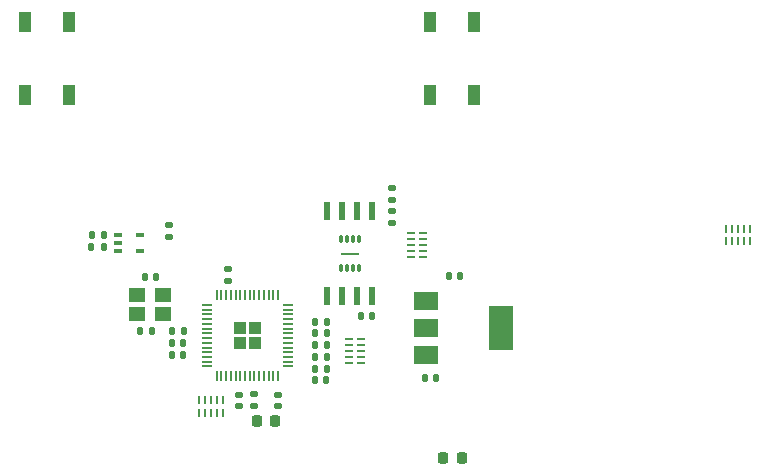
<source format=gbr>
%TF.GenerationSoftware,KiCad,Pcbnew,7.0.9*%
%TF.CreationDate,2023-12-20T17:33:09-07:00*%
%TF.ProjectId,vb_controller_pcb,76625f63-6f6e-4747-926f-6c6c65725f70,4a*%
%TF.SameCoordinates,Original*%
%TF.FileFunction,Paste,Top*%
%TF.FilePolarity,Positive*%
%FSLAX46Y46*%
G04 Gerber Fmt 4.6, Leading zero omitted, Abs format (unit mm)*
G04 Created by KiCad (PCBNEW 7.0.9) date 2023-12-20 17:33:09*
%MOMM*%
%LPD*%
G01*
G04 APERTURE LIST*
G04 Aperture macros list*
%AMRoundRect*
0 Rectangle with rounded corners*
0 $1 Rounding radius*
0 $2 $3 $4 $5 $6 $7 $8 $9 X,Y pos of 4 corners*
0 Add a 4 corners polygon primitive as box body*
4,1,4,$2,$3,$4,$5,$6,$7,$8,$9,$2,$3,0*
0 Add four circle primitives for the rounded corners*
1,1,$1+$1,$2,$3*
1,1,$1+$1,$4,$5*
1,1,$1+$1,$6,$7*
1,1,$1+$1,$8,$9*
0 Add four rect primitives between the rounded corners*
20,1,$1+$1,$2,$3,$4,$5,0*
20,1,$1+$1,$4,$5,$6,$7,0*
20,1,$1+$1,$6,$7,$8,$9,0*
20,1,$1+$1,$8,$9,$2,$3,0*%
G04 Aperture macros list end*
%ADD10R,2.000000X1.500000*%
%ADD11R,2.000000X3.800000*%
%ADD12RoundRect,0.140000X-0.170000X0.140000X-0.170000X-0.140000X0.170000X-0.140000X0.170000X0.140000X0*%
%ADD13RoundRect,0.140000X0.140000X0.170000X-0.140000X0.170000X-0.140000X-0.170000X0.140000X-0.170000X0*%
%ADD14R,1.100000X1.800000*%
%ADD15O,0.200000X0.700000*%
%ADD16RoundRect,0.135000X0.135000X0.185000X-0.135000X0.185000X-0.135000X-0.185000X0.135000X-0.185000X0*%
%ADD17RoundRect,0.135000X0.185000X-0.135000X0.185000X0.135000X-0.185000X0.135000X-0.185000X-0.135000X0*%
%ADD18RoundRect,0.140000X0.170000X-0.140000X0.170000X0.140000X-0.170000X0.140000X-0.170000X-0.140000X0*%
%ADD19RoundRect,0.140000X-0.140000X-0.170000X0.140000X-0.170000X0.140000X0.170000X-0.140000X0.170000X0*%
%ADD20O,0.700000X0.200000*%
%ADD21RoundRect,0.218750X0.218750X0.256250X-0.218750X0.256250X-0.218750X-0.256250X0.218750X-0.256250X0*%
%ADD22R,0.650000X0.400000*%
%ADD23RoundRect,0.135000X-0.135000X-0.185000X0.135000X-0.185000X0.135000X0.185000X-0.135000X0.185000X0*%
%ADD24R,0.580000X1.610000*%
%ADD25RoundRect,0.075000X-0.075000X0.225000X-0.075000X-0.225000X0.075000X-0.225000X0.075000X0.225000X0*%
%ADD26RoundRect,0.050000X-0.700000X0.050000X-0.700000X-0.050000X0.700000X-0.050000X0.700000X0.050000X0*%
%ADD27R,1.400000X1.150000*%
%ADD28RoundRect,0.250000X-0.292217X0.292217X-0.292217X-0.292217X0.292217X-0.292217X0.292217X0.292217X0*%
%ADD29RoundRect,0.050000X-0.050000X0.387500X-0.050000X-0.387500X0.050000X-0.387500X0.050000X0.387500X0*%
%ADD30RoundRect,0.050000X-0.387500X0.050000X-0.387500X-0.050000X0.387500X-0.050000X0.387500X0.050000X0*%
G04 APERTURE END LIST*
D10*
%TO.C,U3*%
X179730000Y-138175000D03*
X179730000Y-140475000D03*
D11*
X186030000Y-140475000D03*
D10*
X179730000Y-142775000D03*
%TD*%
D12*
%TO.C,C11*%
X163830000Y-146125000D03*
X163830000Y-147085000D03*
%TD*%
D13*
%TO.C,C5*%
X175152489Y-139480000D03*
X174192489Y-139480000D03*
%TD*%
D14*
%TO.C,SW6*%
X183730000Y-114560000D03*
X183730000Y-120760000D03*
X180030000Y-114560000D03*
X180030000Y-120760000D03*
%TD*%
D15*
%TO.C,U5*%
X207090000Y-132060000D03*
X206590000Y-132060000D03*
X206090000Y-132060000D03*
X205590000Y-132060000D03*
X205090000Y-132060000D03*
X205090000Y-133110000D03*
X205590000Y-133110000D03*
X206090000Y-133110000D03*
X206590000Y-133110000D03*
X207090000Y-133110000D03*
%TD*%
D16*
%TO.C,R5*%
X159170000Y-140745000D03*
X158150000Y-140745000D03*
%TD*%
D14*
%TO.C,SW10*%
X149425498Y-114560000D03*
X149425498Y-120760000D03*
X145725498Y-114560000D03*
X145725498Y-120760000D03*
%TD*%
D17*
%TO.C,R8*%
X165170000Y-147105000D03*
X165170000Y-146085000D03*
%TD*%
D16*
%TO.C,R7*%
X171309495Y-142925000D03*
X170289495Y-142925000D03*
%TD*%
D12*
%TO.C,C9*%
X167180000Y-146115000D03*
X167180000Y-147075000D03*
%TD*%
D15*
%TO.C,U7*%
X162480000Y-146610000D03*
X161980000Y-146610000D03*
X161480000Y-146610000D03*
X160980000Y-146610000D03*
X160480000Y-146610000D03*
X160480000Y-147660000D03*
X160980000Y-147660000D03*
X161480000Y-147660000D03*
X161980000Y-147660000D03*
X162480000Y-147660000D03*
%TD*%
D18*
%TO.C,C12*%
X162970000Y-136460000D03*
X162970000Y-135500000D03*
%TD*%
D13*
%TO.C,C2*%
X182570000Y-136075000D03*
X181610000Y-136075000D03*
%TD*%
D18*
%TO.C,C15*%
X157960000Y-132735000D03*
X157960000Y-131775000D03*
%TD*%
D19*
%TO.C,C13*%
X170310000Y-140930000D03*
X171270000Y-140930000D03*
%TD*%
D20*
%TO.C,U6*%
X174229495Y-143425000D03*
X174229495Y-142925000D03*
X174229495Y-142425000D03*
X174229495Y-141925000D03*
X174229495Y-141425000D03*
X173179495Y-141425000D03*
X173179495Y-141925000D03*
X173179495Y-142425000D03*
X173179495Y-142925000D03*
X173179495Y-143425000D03*
%TD*%
D17*
%TO.C,R4*%
X176780000Y-131580000D03*
X176780000Y-130560000D03*
%TD*%
D20*
%TO.C,U1*%
X179470000Y-134470000D03*
X179470000Y-133970000D03*
X179470000Y-133470000D03*
X179470000Y-132970000D03*
X179470000Y-132470000D03*
X178420000Y-132470000D03*
X178420000Y-132970000D03*
X178420000Y-133470000D03*
X178420000Y-133970000D03*
X178420000Y-134470000D03*
%TD*%
D16*
%TO.C,R6*%
X171309495Y-141925000D03*
X170289495Y-141925000D03*
%TD*%
D19*
%TO.C,C10*%
X170290000Y-144895000D03*
X171250000Y-144895000D03*
%TD*%
D21*
%TO.C,D2*%
X166925000Y-148340000D03*
X165350000Y-148340000D03*
%TD*%
%TO.C,D1*%
X182737500Y-151490000D03*
X181162500Y-151490000D03*
%TD*%
D19*
%TO.C,C3*%
X155500000Y-140745000D03*
X156460000Y-140745000D03*
%TD*%
D22*
%TO.C,U8*%
X153580000Y-132630000D03*
X153580000Y-133280000D03*
X153580000Y-133930000D03*
X155480000Y-133930000D03*
X155480000Y-132630000D03*
%TD*%
D23*
%TO.C,R10*%
X151380000Y-132640000D03*
X152400000Y-132640000D03*
%TD*%
D24*
%TO.C,FLASH1*%
X175135000Y-130575000D03*
D25*
X173980000Y-132980000D03*
D24*
X173865000Y-130575000D03*
D25*
X173480000Y-132980000D03*
D24*
X172595000Y-130575000D03*
D25*
X172980000Y-132980000D03*
D24*
X171325000Y-130575000D03*
D25*
X172480000Y-132980000D03*
D26*
X173230000Y-134180000D03*
D25*
X172480000Y-135380000D03*
D24*
X171325000Y-137785000D03*
D25*
X172980000Y-135380000D03*
D24*
X172595000Y-137785000D03*
D25*
X173480000Y-135380000D03*
D24*
X173865000Y-137785000D03*
D25*
X173980000Y-135380000D03*
D24*
X175135000Y-137785000D03*
%TD*%
D27*
%TO.C,Y1*%
X155260000Y-139275000D03*
X157460000Y-139275000D03*
X157460000Y-137675000D03*
X155260000Y-137675000D03*
%TD*%
D13*
%TO.C,C14*%
X159140000Y-141755000D03*
X158180000Y-141755000D03*
%TD*%
D19*
%TO.C,C4*%
X155890000Y-136125000D03*
X156850000Y-136125000D03*
%TD*%
D28*
%TO.C,U4*%
X165201995Y-140492500D03*
X163926995Y-140492500D03*
X165201995Y-141767500D03*
X163926995Y-141767500D03*
D29*
X167164495Y-137692500D03*
X166764495Y-137692500D03*
X166364495Y-137692500D03*
X165964495Y-137692500D03*
X165564495Y-137692500D03*
X165164495Y-137692500D03*
X164764495Y-137692500D03*
X164364495Y-137692500D03*
X163964495Y-137692500D03*
X163564495Y-137692500D03*
X163164495Y-137692500D03*
X162764495Y-137692500D03*
X162364495Y-137692500D03*
X161964495Y-137692500D03*
D30*
X161126995Y-138530000D03*
X161126995Y-138930000D03*
X161126995Y-139330000D03*
X161126995Y-139730000D03*
X161126995Y-140130000D03*
X161126995Y-140530000D03*
X161126995Y-140930000D03*
X161126995Y-141330000D03*
X161126995Y-141730000D03*
X161126995Y-142130000D03*
X161126995Y-142530000D03*
X161126995Y-142930000D03*
X161126995Y-143330000D03*
X161126995Y-143730000D03*
D29*
X161964495Y-144567500D03*
X162364495Y-144567500D03*
X162764495Y-144567500D03*
X163164495Y-144567500D03*
X163564495Y-144567500D03*
X163964495Y-144567500D03*
X164364495Y-144567500D03*
X164764495Y-144567500D03*
X165164495Y-144567500D03*
X165564495Y-144567500D03*
X165964495Y-144567500D03*
X166364495Y-144567500D03*
X166764495Y-144567500D03*
X167164495Y-144567500D03*
D30*
X168001995Y-143730000D03*
X168001995Y-143330000D03*
X168001995Y-142930000D03*
X168001995Y-142530000D03*
X168001995Y-142130000D03*
X168001995Y-141730000D03*
X168001995Y-141330000D03*
X168001995Y-140930000D03*
X168001995Y-140530000D03*
X168001995Y-140130000D03*
X168001995Y-139730000D03*
X168001995Y-139330000D03*
X168001995Y-138930000D03*
X168001995Y-138530000D03*
%TD*%
D19*
%TO.C,C8*%
X170320000Y-143915000D03*
X171280000Y-143915000D03*
%TD*%
D13*
%TO.C,C1*%
X180530000Y-144690000D03*
X179570000Y-144690000D03*
%TD*%
D17*
%TO.C,R3*%
X176780000Y-129640000D03*
X176780000Y-128620000D03*
%TD*%
D23*
%TO.C,R9*%
X151370000Y-133635000D03*
X152390000Y-133635000D03*
%TD*%
D19*
%TO.C,C7*%
X170310000Y-139950000D03*
X171270000Y-139950000D03*
%TD*%
D13*
%TO.C,C6*%
X159140000Y-142745000D03*
X158180000Y-142745000D03*
%TD*%
M02*

</source>
